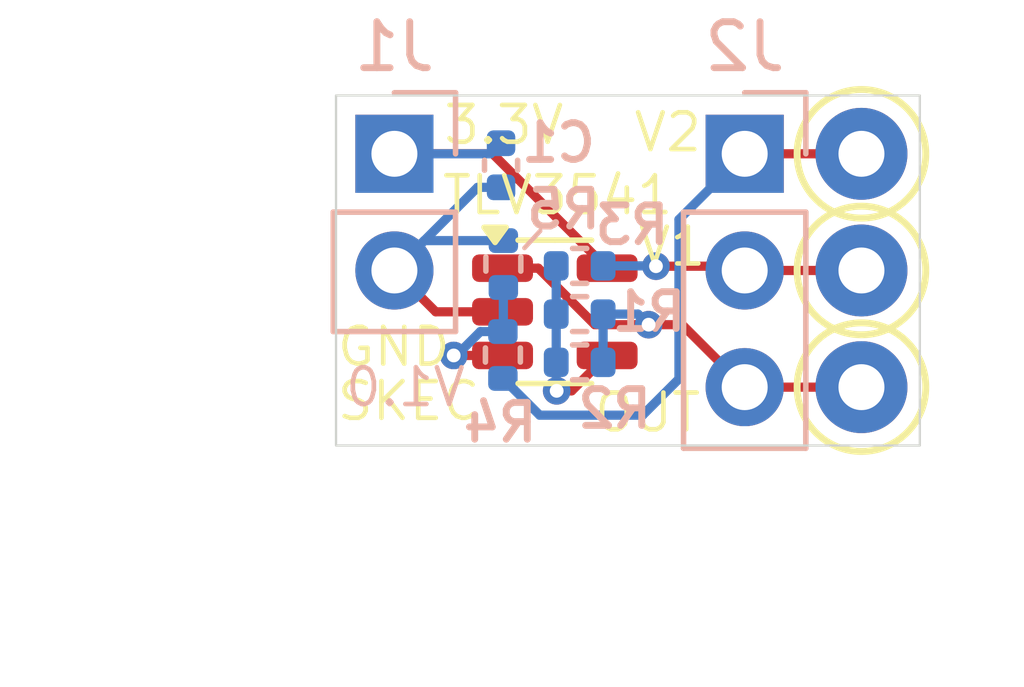
<source format=kicad_pcb>
(kicad_pcb (version 20240108) (generator "pcbnew") (generator_version "8.0")
  (layers (0 "F.Cu" signal) (1 "In1.Cu" signal) (2 "In2.Cu" signal) (31 "B.Cu" signal) (34 "B.Paste" user) (35 "F.Paste" user) (36 "B.SilkS" user "B.Silkscreen") (37 "F.SilkS" user "F.Silkscreen") (38 "B.Mask" user) (39 "F.Mask" user) (44 "Edge.Cuts" user))
  (net 0 "")
  (net 1 "GND")
  (net 2 "+3V3")
  (net 3 "/V1")
  (net 4 "/V2")
  (net 5 "/OUT")
  (net 6 "/INV")
  (net 7 "/NON-INV")
  (footprint "Package_TO_SOT_SMD:SOT-23-5" (layer "F.Cu") (at 54.29 54.24)
    (property "Reference" "U1" (hide yes))
    (property "Value" "TLV3541")
    (fp_line (start 0 -1.56) (end -0.8 -1.56) (stroke (width 0.12)) (layer "F.SilkS"))
    (fp_line (start 0 -1.56) (end 0.8 -1.56) (stroke (width 0.12)) (layer "F.SilkS"))
    (fp_line (start 0 1.56) (end -0.8 1.56) (stroke (width 0.12)) (layer "F.SilkS"))
    (fp_line (start 0 1.56) (end 0.8 1.56) (stroke (width 0.12)) (layer "F.SilkS"))
    (fp_poly (pts (xy -1.3 -1.51) (xy -1.54 -1.84) (xy -1.06 -1.84) (xy -1.3 -1.51)) (stroke (width 0.12)) (fill solid) (layer "F.SilkS"))
    (pad "1" smd roundrect (at -1.1375 -0.95) (size 1.325 0.6) (layers "F.Cu" "F.Paste" "F.Mask") (net 5 "/OUT"))
    (pad "2" smd roundrect (at -1.1375 0) (size 1.325 0.6) (layers "F.Cu" "F.Paste" "F.Mask") (net 1 "GND"))
    (pad "3" smd roundrect (at -1.1375 0.95) (size 1.325 0.6) (layers "F.Cu" "F.Paste" "F.Mask") (net 7 "/NON-INV"))
    (pad "4" smd roundrect (at 1.1375 0.95) (size 1.325 0.6) (layers "F.Cu" "F.Paste" "F.Mask") (net 6 "/INV"))
    (pad "5" smd roundrect (at 1.1375 -0.95) (size 1.325 0.6) (layers "F.Cu" "F.Paste" "F.Mask") (net 2 "+3V3"))
  )
  (footprint "TestPoint:TestPoint_Keystone_5000-5004_Miniature" (layer "F.Cu") (at 60.96 53.34)
    (property "Reference" "TP2" (hide yes))
    (property "Value" "TestPoint")
    (fp_circle (center 0 0) (end 1.4 0) (stroke (width 0.15)) (fill none) (layer "F.SilkS"))
    (pad "1" thru_hole circle (at 0 0) (size 2 2) (drill 1) (layers "*.Cu" "*.Mask") (net 3 "/V1"))
  )
  (footprint "TestPoint:TestPoint_Keystone_5000-5004_Miniature" (layer "F.Cu") (at 60.96 50.8)
    (property "Reference" "TP1" (hide yes))
    (property "Value" "TestPoint")
    (fp_circle (center 0 0) (end 1.4 0) (stroke (width 0.15)) (fill none) (layer "F.SilkS"))
    (pad "1" thru_hole circle (at 0 0) (size 2 2) (drill 1) (layers "*.Cu" "*.Mask") (net 4 "/V2"))
  )
  (footprint "TestPoint:TestPoint_Keystone_5000-5004_Miniature" (layer "F.Cu") (at 60.96 55.88)
    (property "Reference" "TP3" (hide yes))
    (property "Value" "TestPoint")
    (fp_circle (center 0 0) (end 1.4 0) (stroke (width 0.15)) (fill none) (layer "F.SilkS"))
    (pad "1" thru_hole circle (at 0 0) (size 2 2) (drill 1) (layers "*.Cu" "*.Mask") (net 5 "/OUT"))
  )
  (footprint "Resistor_SMD:R_0402_1005Metric" (layer "B.Cu") (at 53.17 53.2 -90)
    (property "Reference" "R5" (at -1.19 -1.31 360) (layer "B.SilkS") (effects (font (size 0.8 0.8)) (justify mirror)))
    (property "Value" "R_Small")
    (fp_line (start 0.153641 0.38) (end -0.153641 0.38) (stroke (width 0.12)) (layer "B.SilkS"))
    (fp_line (start 0.153641 -0.38) (end -0.153641 -0.38) (stroke (width 0.12)) (layer "B.SilkS"))
    (pad "1" smd roundrect (at -0.51 0 270) (size 0.54 0.64) (layers "B.Cu" "B.Paste" "B.Mask") (net 1 "GND"))
    (pad "2" smd roundrect (at 0.51 0 270) (size 0.54 0.64) (layers "B.Cu" "B.Paste" "B.Mask") (net 7 "/NON-INV"))
  )
  (footprint "Resistor_SMD:R_0402_1005Metric" (layer "B.Cu") (at 53.16 55.18 90)
    (property "Reference" "R4" (at -1.47 -0.06 360) (layer "B.SilkS") (effects (font (size 0.8 0.8)) (justify mirror)))
    (property "Value" "R_Small")
    (fp_line (start 0.153641 -0.38) (end -0.153641 -0.38) (stroke (width 0.12)) (layer "B.SilkS"))
    (fp_line (start 0.153641 0.38) (end -0.153641 0.38) (stroke (width 0.12)) (layer "B.SilkS"))
    (pad "1" smd roundrect (at -0.51 0 90) (size 0.54 0.64) (layers "B.Cu" "B.Paste" "B.Mask") (net 4 "/V2"))
    (pad "2" smd roundrect (at 0.51 0 90) (size 0.54 0.64) (layers "B.Cu" "B.Paste" "B.Mask") (net 7 "/NON-INV"))
  )
  (footprint "Resistor_SMD:R_0402_1005Metric" (layer "B.Cu") (at 54.83 53.24 180)
    (property "Reference" "R3" (at -1.14 0.89 360) (layer "B.SilkS") (effects (font (size 0.8 0.8)) (justify mirror)))
    (property "Value" "R_Small")
    (fp_line (start 0.153641 0.38) (end -0.153641 0.38) (stroke (width 0.12)) (layer "B.SilkS"))
    (fp_line (start 0.153641 -0.38) (end -0.153641 -0.38) (stroke (width 0.12)) (layer "B.SilkS"))
    (pad "1" smd roundrect (at -0.51 0 180) (size 0.54 0.64) (layers "B.Cu" "B.Paste" "B.Mask") (net 3 "/V1"))
    (pad "2" smd roundrect (at 0.51 0 180) (size 0.54 0.64) (layers "B.Cu" "B.Paste" "B.Mask") (net 6 "/INV"))
  )
  (footprint "Connector_PinHeader_2.54mm:PinHeader_1x03_P2.54mm_Vertical" (layer "B.Cu") (at 58.42 50.8 180)
    (property "Reference" "J2" (at 0 2.33 0) (layer "B.SilkS") (effects (justify mirror)))
    (property "Value" "Conn_01x03")
    (fp_line (start 1.33 -1.27) (end -1.33 -1.27) (stroke (width 0.12)) (layer "B.SilkS"))
    (fp_line (start 1.33 -6.41) (end 1.33 -1.27) (stroke (width 0.12)) (layer "B.SilkS"))
    (fp_line (start 1.33 -6.41) (end -1.33 -6.41) (stroke (width 0.12)) (layer "B.SilkS"))
    (fp_line (start 0 1.33) (end -1.33 1.33) (stroke (width 0.12)) (layer "B.SilkS"))
    (fp_line (start -1.33 1.33) (end -1.33 0) (stroke (width 0.12)) (layer "B.SilkS"))
    (fp_line (start -1.33 -6.41) (end -1.33 -1.27) (stroke (width 0.12)) (layer "B.SilkS"))
    (pad "1" thru_hole rect (at 0 0 180) (size 1.7 1.7) (drill 1) (layers "*.Cu" "*.Mask") (net 4 "/V2"))
    (pad "2" thru_hole oval (at 0 -2.54 180) (size 1.7 1.7) (drill 1) (layers "*.Cu" "*.Mask") (net 3 "/V1"))
    (pad "3" thru_hole oval (at 0 -5.08 180) (size 1.7 1.7) (drill 1) (layers "*.Cu" "*.Mask") (net 5 "/OUT"))
  )
  (footprint "Resistor_SMD:R_0402_1005Metric" (layer "B.Cu") (at 54.83 55.34)
    (property "Reference" "R2" (at 0.76 1.01 360) (layer "B.SilkS") (effects (font (size 0.8 0.8)) (justify mirror)))
    (property "Value" "R_Small")
    (fp_line (start 0.153641 -0.38) (end -0.153641 -0.38) (stroke (width 0.12)) (layer "B.SilkS"))
    (fp_line (start 0.153641 0.38) (end -0.153641 0.38) (stroke (width 0.12)) (layer "B.SilkS"))
    (pad "1" smd roundrect (at -0.51 0) (size 0.54 0.64) (layers "B.Cu" "B.Paste" "B.Mask") (net 6 "/INV"))
    (pad "2" smd roundrect (at 0.51 0) (size 0.54 0.64) (layers "B.Cu" "B.Paste" "B.Mask") (net 5 "/OUT"))
  )
  (footprint "Connector_PinHeader_2.54mm:PinHeader_1x02_P2.54mm_Vertical" (layer "B.Cu") (at 50.8 50.8 180)
    (property "Reference" "J1" (at 0 2.33 0) (layer "B.SilkS") (effects (justify mirror)))
    (property "Value" "Conn_01x02")
    (fp_line (start 1.33 -1.27) (end -1.33 -1.27) (stroke (width 0.12)) (layer "B.SilkS"))
    (fp_line (start 1.33 -3.87) (end 1.33 -1.27) (stroke (width 0.12)) (layer "B.SilkS"))
    (fp_line (start 1.33 -3.87) (end -1.33 -3.87) (stroke (width 0.12)) (layer "B.SilkS"))
    (fp_line (start 0 1.33) (end -1.33 1.33) (stroke (width 0.12)) (layer "B.SilkS"))
    (fp_line (start -1.33 1.33) (end -1.33 0) (stroke (width 0.12)) (layer "B.SilkS"))
    (fp_line (start -1.33 -3.87) (end -1.33 -1.27) (stroke (width 0.12)) (layer "B.SilkS"))
    (pad "1" thru_hole rect (at 0 0 180) (size 1.7 1.7) (drill 1) (layers "*.Cu" "*.Mask") (net 2 "+3V3"))
    (pad "2" thru_hole oval (at 0 -2.54 180) (size 1.7 1.7) (drill 1) (layers "*.Cu" "*.Mask") (net 1 "GND"))
  )
  (footprint "Resistor_SMD:R_0402_1005Metric" (layer "B.Cu") (at 54.83 54.29)
    (property "Reference" "R1" (at 1.51 -0.05 360) (layer "B.SilkS") (effects (font (size 0.8 0.8)) (justify mirror)))
    (property "Value" "R_Small")
    (fp_line (start 0.153641 -0.38) (end -0.153641 -0.38) (stroke (width 0.12)) (layer "B.SilkS"))
    (fp_line (start 0.153641 0.38) (end -0.153641 0.38) (stroke (width 0.12)) (layer "B.SilkS"))
    (pad "1" smd roundrect (at -0.51 0) (size 0.54 0.64) (layers "B.Cu" "B.Paste" "B.Mask") (net 6 "/INV"))
    (pad "2" smd roundrect (at 0.51 0) (size 0.54 0.64) (layers "B.Cu" "B.Paste" "B.Mask") (net 5 "/OUT"))
  )
  (footprint "Capacitor_SMD:C_0402_1005Metric" (layer "B.Cu") (at 53.12 51.05 -90)
    (property "Reference" "C1" (at -0.49 -1.25 0) (layer "B.SilkS") (effects (font (size 0.8 0.8)) (justify mirror)))
    (property "Value" "0.1u")
    (fp_line (start 0.107836 0.36) (end -0.107836 0.36) (stroke (width 0.12)) (layer "B.SilkS"))
    (fp_line (start 0.107836 -0.36) (end -0.107836 -0.36) (stroke (width 0.12)) (layer "B.SilkS"))
    (pad "1" smd roundrect (at -0.48 0 270) (size 0.56 0.62) (layers "B.Cu" "B.Paste" "B.Mask") (net 2 "+3V3"))
    (pad "2" smd roundrect (at 0.48 0 270) (size 0.56 0.62) (layers "B.Cu" "B.Paste" "B.Mask") (net 1 "GND"))
  )
  (gr_line (start 53.97 52.48) (end 53.63 52.85) (stroke (width 0.1)) (layer "B.SilkS"))
  (gr_rect (start 49.53 49.53) (end 62.23 57.15) (stroke (width 0.05)) (fill none) (layer "Edge.Cuts"))
  (gr_text "V1.0" (at 52.4 56.35 0) (layer "B.SilkS") (effects (font (size 0.8 0.8) (thickness 0.1)) (justify left bottom mirror)))
  (gr_text "V2" (at 55.96 50.8 0) (layer "F.SilkS") (effects (font (size 0.8 0.8) (thickness 0.1)) (justify left bottom)))
  (gr_text "3.3V" (at 51.82 50.64 0) (layer "F.SilkS") (effects (font (size 0.8 0.8) (thickness 0.1)) (justify left bottom)))
  (gr_text "OUT" (at 55.1 56.9 0) (layer "F.SilkS") (effects (font (size 0.8 0.8) (thickness 0.1)) (justify left bottom)))
  (gr_text "TLV3541" (at 51.79 52.17 0) (layer "F.SilkS") (effects (font (size 0.8 0.8) (thickness 0.1)) (justify left bottom)))
  (gr_text "GND" (at 49.5 55.47 0) (layer "F.SilkS") (effects (font (size 0.8 0.8) (thickness 0.1)) (justify left bottom)))
  (gr_text "V1" (at 56.05 53.29 0) (layer "F.SilkS") (effects (font (size 0.8 0.8) (thickness 0.1)) (justify left bottom)))
  (gr_text "SKEC" (at 49.5 56.65 0) (layer "F.SilkS") (effects (font (size 0.8 0.8) (thickness 0.1)) (justify left bottom)))
  (segment (start 51.7 54.24) (end 50.8 53.34) (width 0.2) (layer "F.Cu") (net 1))
  (segment (start 53.1525 54.24) (end 51.7 54.24) (width 0.2) (layer "F.Cu") (net 1))
  (segment (start 51.45 52.69) (end 50.8 53.34) (width 0.2) (layer "B.Cu") (net 1))
  (segment (start 53.12 51.53) (end 52.61 51.53) (width 0.2) (layer "B.Cu") (net 1))
  (segment (start 53.17 52.69) (end 51.45 52.69) (width 0.2) (layer "B.Cu") (net 1))
  (segment (start 52.61 51.53) (end 50.8 53.34) (width 0.2) (layer "B.Cu") (net 1))
  (segment (start 55.4275 53.29) (end 52.9375 50.8) (width 0.2) (layer "F.Cu") (net 2))
  (segment (start 52.9375 50.8) (end 50.8 50.8) (width 0.2) (layer "F.Cu") (net 2))
  (segment (start 52.89 50.8) (end 53.12 50.57) (width 0.2) (layer "B.Cu") (net 2))
  (segment (start 50.8 50.8) (end 52.89 50.8) (width 0.2) (layer "B.Cu") (net 2))
  (segment (start 58.326859 53.246859) (end 58.42 53.34) (width 0.2) (layer "F.Cu") (net 3))
  (segment (start 58.42 53.34) (end 60.96 53.34) (width 0.2) (layer "F.Cu") (net 3))
  (segment (start 56.489999 53.246859) (end 58.326859 53.246859) (width 0.2) (layer "F.Cu") (net 3))
  (via (at 56.489999 53.246859) (size 0.6) (drill 0.3) (layers "F.Cu" "B.Cu") (net 3))
  (segment (start 58.32 53.24) (end 58.42 53.34) (width 0.2) (layer "B.Cu") (net 3))
  (segment (start 56.48314 53.24) (end 56.489999 53.246859) (width 0.2) (layer "B.Cu") (net 3))
  (segment (start 55.34 53.24) (end 56.48314 53.24) (width 0.2) (layer "B.Cu") (net 3))
  (segment (start 58.42 50.8) (end 60.96 50.8) (width 0.2) (layer "F.Cu") (net 4))
  (segment (start 56.989999 52.230001) (end 58.42 50.8) (width 0.2) (layer "B.Cu") (net 4))
  (segment (start 53.16 55.69) (end 53.96 56.49) (width 0.2) (layer "B.Cu") (net 4))
  (segment (start 53.96 56.49) (end 56.2 56.49) (width 0.2) (layer "B.Cu") (net 4))
  (segment (start 56.2 56.49) (end 56.989999 55.700001) (width 0.2) (layer "B.Cu") (net 4))
  (segment (start 56.989999 55.700001) (end 56.989999 52.230001) (width 0.2) (layer "B.Cu") (net 4))
  (segment (start 53.1525 53.29) (end 53.93 53.29) (width 0.2) (layer "F.Cu") (net 5))
  (segment (start 57.06 54.52) (end 58.42 55.88) (width 0.2) (layer "F.Cu") (net 5))
  (segment (start 55.16 54.52) (end 56.33 54.52) (width 0.2) (layer "F.Cu") (net 5))
  (segment (start 60.96 55.88) (end 58.42 55.88) (width 0.2) (layer "F.Cu") (net 5))
  (segment (start 57.06 54.52) (end 56.33 54.52) (width 0.2) (layer "F.Cu") (net 5))
  (segment (start 53.93 53.29) (end 55.16 54.52) (width 0.2) (layer "F.Cu") (net 5))
  (via (at 56.33 54.52) (size 0.6) (drill 0.3) (layers "F.Cu" "B.Cu") (net 5))
  (segment (start 55.34 54.29) (end 56.1 54.29) (width 0.2) (layer "B.Cu") (net 5))
  (segment (start 56.1 54.29) (end 56.33 54.52) (width 0.2) (layer "B.Cu") (net 5))
  (segment (start 55.34 54.29) (end 55.34 55.34) (width 0.2) (layer "B.Cu") (net 5))
  (segment (start 54.6575 55.96) (end 55.4275 55.19) (width 0.2) (layer "F.Cu") (net 6))
  (segment (start 54.33 55.96) (end 54.6575 55.96) (width 0.2) (layer "F.Cu") (net 6))
  (segment (start 55.4275 55.19) (end 55.27 55.19) (width 0.2) (layer "F.Cu") (net 6))
  (via (at 54.33 55.96) (size 0.6) (drill 0.3) (layers "F.Cu" "B.Cu") (net 6))
  (segment (start 54.32 54.29) (end 54.32 53.24) (width 0.2) (layer "B.Cu") (net 6))
  (segment (start 54.32 55.34) (end 54.32 54.29) (width 0.2) (layer "B.Cu") (net 6))
  (segment (start 54.32 55.95) (end 54.33 55.96) (width 0.2) (layer "B.Cu") (net 6))
  (segment (start 54.32 55.34) (end 54.32 55.95) (width 0.2) (layer "B.Cu") (net 6))
  (segment (start 53.1125 55.15) (end 53.1525 55.19) (width 0.2) (layer "F.Cu") (net 7))
  (segment (start 53.1525 55.19) (end 52.09 55.19) (width 0.2) (layer "F.Cu") (net 7))
  (via (at 52.09 55.19) (size 0.6) (drill 0.3) (layers "F.Cu" "B.Cu") (net 7))
  (segment (start 53.16 54.67) (end 52.67 54.67) (width 0.2) (layer "B.Cu") (net 7))
  (segment (start 52.15 55.19) (end 52.67 54.67) (width 0.2) (layer "B.Cu") (net 7))
  (segment (start 53.17 53.71) (end 53.17 54.66) (width 0.2) (layer "B.Cu") (net 7))
  (segment (start 53.17 54.66) (end 53.16 54.67) (width 0.2) (layer "B.Cu") (net 7))
  (segment (start 52.09 55.19) (end 52.15 55.19) (width 0.2) (layer "B.Cu") (net 7))
)
</source>
